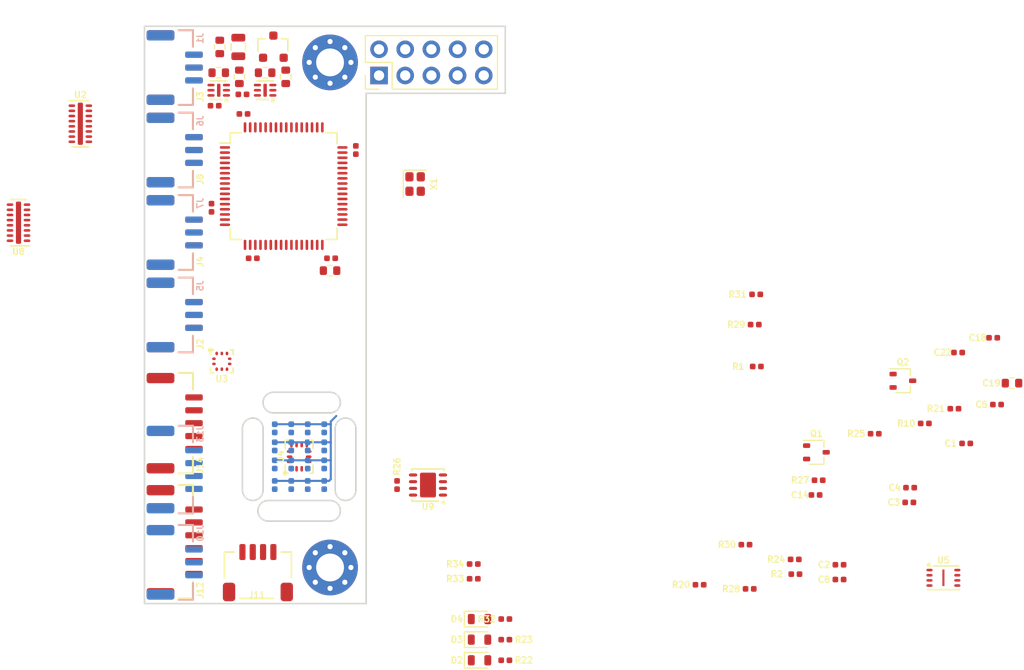
<source format=kicad_pcb>
(kicad_pcb (version 20171130) (host pcbnew 5.0.0-rc1-44a33f2~62~ubuntu16.04.1)
  (layers (0 F.Cu signal) (1 In1.Cu signal) (2 In2.Cu signal) (31 B.Cu signal) (34 B.Paste user) (35 F.Paste user) (36 B.SilkS user) (37 F.SilkS user) (38 B.Mask user) (39 F.Mask user) (44 Edge.Cuts user))
  (net 0 "")
  (net 1 /BUZZER)
  (net 2 +5VP)
  (net 3 "Net-(J14-Pad5)")
  (net 4 /HEAT)
  (net 5 "Net-(Q1-Pad1)")
  (net 6 "Net-(C6-Pad1)")
  (net 7 "Net-(C7-Pad1)")
  (net 8 +5V)
  (net 9 /FLASH_CS)
  (net 10 /FLASH_MISO)
  (net 11 +3V3)
  (net 12 GND)
  (net 13 /FLASH_MOSI)
  (net 14 /FLASH_SCK)
  (net 15 /CAN_TX)
  (net 16 /CAN_RX)
  (net 17 /BOOT0)
  (net 18 /GPS_SDA_S)
  (net 19 /GPS_SCL_S)
  (net 20 /RCOUT_6_P)
  (net 21 /RCOUT_5_P)
  (net 22 /RCOUT_2_P)
  (net 23 "Net-(U1-Pad54)")
  (net 24 "Net-(U1-Pad53)")
  (net 25 /GPS_RX_S)
  (net 26 /GPS_TX_S)
  (net 27 /RCOUT_1_P)
  (net 28 /SWCLK)
  (net 29 /SWDIO)
  (net 30 "Net-(U1-Pad45)")
  (net 31 "Net-(U1-Pad44)")
  (net 32 /COM_TX_S)
  (net 33 /COM_RX_S)
  (net 34 /LED1)
  (net 35 /LED2)
  (net 36 /HEAT_ONOFF)
  (net 37 /RCTELEM_P)
  (net 38 /INT_IMU)
  (net 39 /INT_BAR)
  (net 40 /VCAP)
  (net 41 /RCOUT_4_P)
  (net 42 /RCOUT_3_P)
  (net 43 /VAA_EN)
  (net 44 /RCOUT_8_P)
  (net 45 /RCOUT_7_P)
  (net 46 /CS_BAR)
  (net 47 /SENSOR_MOSI)
  (net 48 /SENSOR_MISO)
  (net 49 /SENSOR_SCK)
  (net 50 /CS_IMU)
  (net 51 /RCSBUS_P)
  (net 52 /ARM_LED_S)
  (net 53 /BUZZER_S)
  (net 54 "Net-(U1-Pad9)")
  (net 55 "Net-(U1-Pad8)")
  (net 56 /NRST)
  (net 57 "Net-(U1-Pad6)")
  (net 58 /OSC)
  (net 59 "Net-(U1-Pad4)")
  (net 60 "Net-(U1-Pad3)")
  (net 61 /ARM_BTN_S)
  (net 62 "Net-(D4-Pad2)")
  (net 63 "Net-(R21-Pad1)")
  (net 64 "Net-(D2-Pad2)")
  (net 65 /ARM_LED)
  (net 66 "Net-(D3-Pad2)")
  (net 67 VAA)
  (net 68 /CANH)
  (net 69 /CANL)
  (net 70 "Net-(J14-Pad1)")
  (net 71 /RCTELEM)
  (net 72 "Net-(C9-Pad2)")
  (net 73 "Net-(C10-Pad2)")
  (net 74 "Net-(U4-Pad2)")
  (net 75 "Net-(U4-Pad3)")
  (net 76 "Net-(U4-Pad11)")
  (net 77 "Net-(U4-Pad10)")
  (net 78 "Net-(U4-Pad9)")
  (net 79 /RCOUT_1)
  (net 80 /RCOUT_2)
  (net 81 /RCOUT_3)
  (net 82 /RCOUT_4)
  (net 83 /RCOUT_5)
  (net 84 /RCOUT_6)
  (net 85 /RCOUT_7)
  (net 86 /RCOUT_8)
  (net 87 /COM_RX)
  (net 88 /COM_TX)
  (net 89 /GPS_SDA)
  (net 90 /GPS_SCL)
  (net 91 /GPS_RX)
  (net 92 /GPS_TX)
  (net 93 /RCSBUS)
  (net 94 "Net-(J9-Pad1)")
  (net 95 "Net-(J9-Pad3)")
  (net 96 "Net-(J9-Pad5)")
  (net 97 "Net-(J9-Pad7)")
  (module MountingHole:MountingHole_2.7mm_Pad_Via (layer F.Cu) (at 101.6 107.42)
    (fp_text reference MK2 hide)
    (fp_text value Mounting_Hole)
    (pad 1 thru_hole circle (at 1.431891 -1.431891) (size 0.8 0.8) (drill 0.5) (layers *.Cu *.Mask))
    (pad 1 thru_hole circle (at 0 -2.025) (size 0.8 0.8) (drill 0.5) (layers *.Cu *.Mask))
    (pad 1 thru_hole circle (at -1.431891 -1.431891) (size 0.8 0.8) (drill 0.5) (layers *.Cu *.Mask))
    (pad 1 thru_hole circle (at -2.025 0) (size 0.8 0.8) (drill 0.5) (layers *.Cu *.Mask))
    (pad 1 thru_hole circle (at -1.431891 1.431891) (size 0.8 0.8) (drill 0.5) (layers *.Cu *.Mask))
    (pad 1 thru_hole circle (at 0 2.025) (size 0.8 0.8) (drill 0.5) (layers *.Cu *.Mask))
    (pad 1 thru_hole circle (at 1.431891 1.431891) (size 0.8 0.8) (drill 0.5) (layers *.Cu *.Mask))
    (pad 1 thru_hole circle (at 2.025 0) (size 0.8 0.8) (drill 0.5) (layers *.Cu *.Mask))
    (pad 1 thru_hole circle (at 0 0) (size 5.4 5.4) (drill 2.7) (layers *.Cu *.Mask))
  )
  (module MountingHole:MountingHole_2.7mm_Pad_Via (layer F.Cu) (at 101.6 58.42)
    (fp_text reference MK1 hide)
    (fp_text value Mounting_Hole)
    (pad 1 thru_hole circle (at 0 0) (size 5.4 5.4) (drill 2.7) (layers *.Cu *.Mask))
    (pad 1 thru_hole circle (at 2.025 0) (size 0.8 0.8) (drill 0.5) (layers *.Cu *.Mask))
    (pad 1 thru_hole circle (at 1.431891 1.431891) (size 0.8 0.8) (drill 0.5) (layers *.Cu *.Mask))
    (pad 1 thru_hole circle (at 0 2.025) (size 0.8 0.8) (drill 0.5) (layers *.Cu *.Mask))
    (pad 1 thru_hole circle (at -1.431891 1.431891) (size 0.8 0.8) (drill 0.5) (layers *.Cu *.Mask))
    (pad 1 thru_hole circle (at -2.025 0) (size 0.8 0.8) (drill 0.5) (layers *.Cu *.Mask))
    (pad 1 thru_hole circle (at -1.431891 -1.431891) (size 0.8 0.8) (drill 0.5) (layers *.Cu *.Mask))
    (pad 1 thru_hole circle (at 0 -2.025) (size 0.8 0.8) (drill 0.5) (layers *.Cu *.Mask))
    (pad 1 thru_hole circle (at 1.431891 -1.431891) (size 0.8 0.8) (drill 0.5) (layers *.Cu *.Mask))
  )
  (module passive:R_0402_1005Metric_Rounded (layer F.Cu) (at 115.536428 108.5145)
    (fp_text reference R33 (at -1.8 0) (layer F.SilkS) (effects (font (size 0.6 0.6) (thickness 0.13))))
    (fp_text value 10k)
    (pad 2 smd roundrect (at 0.4 0) (size 0.55 0.55) (layers F.Cu F.Paste F.Mask) (net 11 +3V3))
    (pad 1 smd roundrect (at -0.4 0) (size 0.55 0.55) (layers F.Cu F.Paste F.Mask) (net 19 /GPS_SCL_S))
  )
  (module passive:R_0402_1005Metric_Rounded (layer F.Cu) (at 115.536428 107.0845)
    (fp_text reference R34 (at -1.8 0) (layer F.SilkS) (effects (font (size 0.6 0.6) (thickness 0.13))))
    (fp_text value 10k)
    (pad 1 smd roundrect (at -0.4 0) (size 0.55 0.55) (layers F.Cu F.Paste F.Mask) (net 18 /GPS_SDA_S))
    (pad 2 smd roundrect (at 0.4 0) (size 0.55 0.55) (layers F.Cu F.Paste F.Mask) (net 11 +3V3))
  )
  (module qfp:LQFP-64_10x10mm_Pitch0.5mm (layer F.Cu) (at 97.1 70.42)
    (fp_text reference U1 hide)
    (fp_text value STM32F722RETx)
    (pad 64 smd oval (at -3.75 -5.7 90) (size 1 0.25) (layers F.Cu F.Paste F.Mask) (net 11 +3V3))
    (pad 63 smd oval (at -3.25 -5.7 90) (size 1 0.25) (layers F.Cu F.Paste F.Mask) (net 12 GND))
    (pad 62 smd oval (at -2.75 -5.7 90) (size 1 0.25) (layers F.Cu F.Paste F.Mask) (net 15 /CAN_TX))
    (pad 61 smd oval (at -2.25 -5.7 90) (size 1 0.25) (layers F.Cu F.Paste F.Mask) (net 16 /CAN_RX))
    (pad 60 smd oval (at -1.75 -5.7 90) (size 1 0.25) (layers F.Cu F.Paste F.Mask) (net 17 /BOOT0))
    (pad 59 smd oval (at -1.25 -5.7 90) (size 1 0.25) (layers F.Cu F.Paste F.Mask) (net 18 /GPS_SDA_S))
    (pad 58 smd oval (at -0.75 -5.7 90) (size 1 0.25) (layers F.Cu F.Paste F.Mask) (net 19 /GPS_SCL_S))
    (pad 57 smd oval (at -0.25 -5.7 90) (size 1 0.25) (layers F.Cu F.Paste F.Mask) (net 20 /RCOUT_6_P))
    (pad 56 smd oval (at 0.25 -5.7 90) (size 1 0.25) (layers F.Cu F.Paste F.Mask) (net 21 /RCOUT_5_P))
    (pad 55 smd oval (at 0.75 -5.7 90) (size 1 0.25) (layers F.Cu F.Paste F.Mask) (net 22 /RCOUT_2_P))
    (pad 54 smd oval (at 1.25 -5.7 90) (size 1 0.25) (layers F.Cu F.Paste F.Mask) (net 23 "Net-(U1-Pad54)"))
    (pad 53 smd oval (at 1.75 -5.7 90) (size 1 0.25) (layers F.Cu F.Paste F.Mask) (net 24 "Net-(U1-Pad53)"))
    (pad 52 smd oval (at 2.25 -5.7 90) (size 1 0.25) (layers F.Cu F.Paste F.Mask) (net 25 /GPS_RX_S))
    (pad 51 smd oval (at 2.75 -5.7 90) (size 1 0.25) (layers F.Cu F.Paste F.Mask) (net 26 /GPS_TX_S))
    (pad 50 smd oval (at 3.25 -5.7 90) (size 1 0.25) (layers F.Cu F.Paste F.Mask) (net 27 /RCOUT_1_P))
    (pad 49 smd oval (at 3.75 -5.7 90) (size 1 0.25) (layers F.Cu F.Paste F.Mask) (net 28 /SWCLK))
    (pad 48 smd oval (at 5.7 -3.75) (size 1 0.25) (layers F.Cu F.Paste F.Mask) (net 11 +3V3))
    (pad 47 smd oval (at 5.7 -3.25) (size 1 0.25) (layers F.Cu F.Paste F.Mask) (net 12 GND))
    (pad 46 smd oval (at 5.7 -2.75) (size 1 0.25) (layers F.Cu F.Paste F.Mask) (net 29 /SWDIO))
    (pad 45 smd oval (at 5.7 -2.25) (size 1 0.25) (layers F.Cu F.Paste F.Mask) (net 30 "Net-(U1-Pad45)"))
    (pad 44 smd oval (at 5.7 -1.75) (size 1 0.25) (layers F.Cu F.Paste F.Mask) (net 31 "Net-(U1-Pad44)"))
    (pad 43 smd oval (at 5.7 -1.25) (size 1 0.25) (layers F.Cu F.Paste F.Mask) (net 32 /COM_TX_S))
    (pad 42 smd oval (at 5.7 -0.75) (size 1 0.25) (layers F.Cu F.Paste F.Mask) (net 33 /COM_RX_S))
    (pad 41 smd oval (at 5.7 -0.25) (size 1 0.25) (layers F.Cu F.Paste F.Mask) (net 34 /LED1))
    (pad 40 smd oval (at 5.7 0.25) (size 1 0.25) (layers F.Cu F.Paste F.Mask) (net 35 /LED2))
    (pad 39 smd oval (at 5.7 0.75) (size 1 0.25) (layers F.Cu F.Paste F.Mask) (net 36 /HEAT_ONOFF))
    (pad 38 smd oval (at 5.7 1.25) (size 1 0.25) (layers F.Cu F.Paste F.Mask) (net 37 /RCTELEM_P))
    (pad 37 smd oval (at 5.7 1.75) (size 1 0.25) (layers F.Cu F.Paste F.Mask))
    (pad 36 smd oval (at 5.7 2.25) (size 1 0.25) (layers F.Cu F.Paste F.Mask) (net 38 /INT_IMU))
    (pad 35 smd oval (at 5.7 2.75) (size 1 0.25) (layers F.Cu F.Paste F.Mask) (net 39 /INT_BAR))
    (pad 34 smd oval (at 5.7 3.25) (size 1 0.25) (layers F.Cu F.Paste F.Mask) (net 14 /FLASH_SCK))
    (pad 33 smd oval (at 5.7 3.75) (size 1 0.25) (layers F.Cu F.Paste F.Mask) (net 9 /FLASH_CS))
    (pad 32 smd oval (at 3.75 5.7 90) (size 1 0.25) (layers F.Cu F.Paste F.Mask) (net 11 +3V3))
    (pad 31 smd oval (at 3.25 5.7 90) (size 1 0.25) (layers F.Cu F.Paste F.Mask) (net 12 GND))
    (pad 30 smd oval (at 2.75 5.7 90) (size 1 0.25) (layers F.Cu F.Paste F.Mask) (net 40 /VCAP))
    (pad 29 smd oval (at 2.25 5.7 90) (size 1 0.25) (layers F.Cu F.Paste F.Mask) (net 41 /RCOUT_4_P))
    (pad 28 smd oval (at 1.75 5.7 90) (size 1 0.25) (layers F.Cu F.Paste F.Mask) (net 42 /RCOUT_3_P))
    (pad 27 smd oval (at 1.25 5.7 90) (size 1 0.25) (layers F.Cu F.Paste F.Mask) (net 43 /VAA_EN))
    (pad 26 smd oval (at 0.75 5.7 90) (size 1 0.25) (layers F.Cu F.Paste F.Mask) (net 44 /RCOUT_8_P))
    (pad 25 smd oval (at 0.25 5.7 90) (size 1 0.25) (layers F.Cu F.Paste F.Mask) (net 45 /RCOUT_7_P))
    (pad 24 smd oval (at -0.25 5.7 90) (size 1 0.25) (layers F.Cu F.Paste F.Mask) (net 46 /CS_BAR))
    (pad 23 smd oval (at -0.75 5.7 90) (size 1 0.25) (layers F.Cu F.Paste F.Mask) (net 47 /SENSOR_MOSI))
    (pad 22 smd oval (at -1.25 5.7 90) (size 1 0.25) (layers F.Cu F.Paste F.Mask) (net 48 /SENSOR_MISO))
    (pad 21 smd oval (at -1.75 5.7 90) (size 1 0.25) (layers F.Cu F.Paste F.Mask) (net 49 /SENSOR_SCK))
    (pad 20 smd oval (at -2.25 5.7 90) (size 1 0.25) (layers F.Cu F.Paste F.Mask) (net 50 /CS_IMU))
    (pad 19 smd oval (at -2.75 5.7 90) (size 1 0.25) (layers F.Cu F.Paste F.Mask) (net 11 +3V3))
    (pad 18 smd oval (at -3.25 5.7 90) (size 1 0.25) (layers F.Cu F.Paste F.Mask) (net 12 GND))
    (pad 17 smd oval (at -3.75 5.7 90) (size 1 0.25) (layers F.Cu F.Paste F.Mask) (net 51 /RCSBUS_P))
    (pad 16 smd oval (at -5.7 3.75) (size 1 0.25) (layers F.Cu F.Paste F.Mask))
    (pad 15 smd oval (at -5.7 3.25) (size 1 0.25) (layers F.Cu F.Paste F.Mask) (net 52 /ARM_LED_S))
    (pad 14 smd oval (at -5.7 2.75) (size 1 0.25) (layers F.Cu F.Paste F.Mask) (net 53 /BUZZER_S))
    (pad 13 smd oval (at -5.7 2.25) (size 1 0.25) (layers F.Cu F.Paste F.Mask) (net 11 +3V3))
    (pad 12 smd oval (at -5.7 1.75) (size 1 0.25) (layers F.Cu F.Paste F.Mask) (net 12 GND))
    (pad 11 smd oval (at -5.7 1.25) (size 1 0.25) (layers F.Cu F.Paste F.Mask) (net 13 /FLASH_MOSI))
    (pad 10 smd oval (at -5.7 0.75) (size 1 0.25) (layers F.Cu F.Paste F.Mask) (net 10 /FLASH_MISO))
    (pad 9 smd oval (at -5.7 0.25) (size 1 0.25) (layers F.Cu F.Paste F.Mask) (net 54 "Net-(U1-Pad9)"))
    (pad 8 smd oval (at -5.7 -0.25) (size 1 0.25) (layers F.Cu F.Paste F.Mask) (net 55 "Net-(U1-Pad8)"))
    (pad 7 smd oval (at -5.7 -0.75) (size 1 0.25) (layers F.Cu F.Paste F.Mask) (net 56 /NRST))
    (pad 6 smd oval (at -5.7 -1.25) (size 1 0.25) (layers F.Cu F.Paste F.Mask) (net 57 "Net-(U1-Pad6)"))
    (pad 5 smd oval (at -5.7 -1.75) (size 1 0.25) (layers F.Cu F.Paste F.Mask) (net 58 /OSC))
    (pad 4 smd oval (at -5.7 -2.25) (size 1 0.25) (layers F.Cu F.Paste F.Mask) (net 59 "Net-(U1-Pad4)"))
    (pad 3 smd oval (at -5.7 -2.75) (size 1 0.25) (layers F.Cu F.Paste F.Mask) (net 60 "Net-(U1-Pad3)"))
    (pad 2 smd oval (at -5.7 -3.25) (size 1 0.25) (layers F.Cu F.Paste F.Mask) (net 61 /ARM_BTN_S))
    (pad 1 smd oval (at -5.7 -3.75) (size 1 0.25) (layers F.Cu F.Paste F.Mask) (net 11 +3V3))
  )
  (module dfn:DFN-8-1EP_3x3mm_P0.65mm_EP1.55x2.4mm (layer F.Cu) (at 111.1 99.42 180)
    (fp_text reference U9 (at 0 -2.1 180) (layer F.SilkS) (effects (font (size 0.6 0.6) (thickness 0.13))))
    (fp_text value TJA1051TK-3)
    (pad 1 smd oval (at -1.45 -0.975 180) (size 0.8 0.3) (layers F.Cu F.Paste F.Mask) (net 15 /CAN_TX))
    (pad 2 smd oval (at -1.45 -0.325 180) (size 0.8 0.3) (layers F.Cu F.Paste F.Mask) (net 12 GND))
    (pad 3 smd oval (at -1.45 0.325 180) (size 0.8 0.3) (layers F.Cu F.Paste F.Mask) (net 2 +5VP))
    (pad 4 smd oval (at -1.45 0.975 180) (size 0.8 0.3) (layers F.Cu F.Paste F.Mask) (net 16 /CAN_RX))
    (pad 5 smd oval (at 1.45 0.975 180) (size 0.8 0.3) (layers F.Cu F.Paste F.Mask) (net 11 +3V3))
    (pad 6 smd oval (at 1.45 0.325 180) (size 0.8 0.3) (layers F.Cu F.Paste F.Mask) (net 69 /CANL))
    (pad 7 smd oval (at 1.45 -0.325 180) (size 0.8 0.3) (layers F.Cu F.Paste F.Mask) (net 68 /CANH))
    (pad 8 smd oval (at 1.45 -0.975 180) (size 0.8 0.3) (layers F.Cu F.Paste F.Mask) (net 12 GND))
    (pad 9 smd roundrect (at 0 0 180) (size 1.55 2.4) (layers F.Cu F.Mask) (roundrect_rratio 0.1) (net 12 GND))
  )
  (module Connector_PinHeader_2.54mm:PinHeader_2x05_P2.54mm_Vertical (layer F.Cu) (at 106.35 59.69 90)
    (fp_text reference J9 hide)
    (fp_text value RPi_UART_10pin)
    (pad 10 thru_hole oval (at 2.54 10.16 90) (size 1.7 1.7) (drill 1) (layers *.Cu *.Mask) (net 87 /COM_RX))
    (pad 9 thru_hole oval (at 0 10.16 90) (size 1.7 1.7) (drill 1) (layers *.Cu *.Mask) (net 12 GND))
    (pad 8 thru_hole oval (at 2.54 7.62 90) (size 1.7 1.7) (drill 1) (layers *.Cu *.Mask) (net 88 /COM_TX))
    (pad 7 thru_hole oval (at 0 7.62 90) (size 1.7 1.7) (drill 1) (layers *.Cu *.Mask) (net 97 "Net-(J9-Pad7)"))
    (pad 6 thru_hole oval (at 2.54 5.08 90) (size 1.7 1.7) (drill 1) (layers *.Cu *.Mask) (net 12 GND))
    (pad 5 thru_hole oval (at 0 5.08 90) (size 1.7 1.7) (drill 1) (layers *.Cu *.Mask) (net 96 "Net-(J9-Pad5)"))
    (pad 4 thru_hole oval (at 2.54 2.54 90) (size 1.7 1.7) (drill 1) (layers *.Cu *.Mask) (net 8 +5V))
    (pad 3 thru_hole oval (at 0 2.54 90) (size 1.7 1.7) (drill 1) (layers *.Cu *.Mask) (net 95 "Net-(J9-Pad3)"))
    (pad 2 thru_hole oval (at 2.54 0 90) (size 1.7 1.7) (drill 1) (layers *.Cu *.Mask) (net 8 +5V))
    (pad 1 thru_hole rect (at 0 0 90) (size 1.7 1.7) (drill 1) (layers *.Cu *.Mask) (net 94 "Net-(J9-Pad1)"))
  )
  (module connectors:SM03B-GHS-TB (layer F.Cu) (at 86.4 82.92 90)
    (fp_text reference J2 (at -2.825 2.6 90) (layer F.SilkS) (effects (font (size 0.6 0.6) (thickness 0.13))))
    (fp_text value KFly_RC_Out)
    (pad 1 smd roundrect (at 1.25 2 180) (size 1.7 0.6) (layers F.Cu F.Paste F.Mask) (net 84 /RCOUT_6))
    (pad 2 smd roundrect (at 0 2 180) (size 1.7 0.6) (layers F.Cu F.Paste F.Mask) (net 71 /RCTELEM))
    (pad 0 smd roundrect (at -3.125 -1.25 180) (size 2.7 1) (layers F.Cu F.Paste F.Mask) (net 12 GND))
    (pad 0 smd roundrect (at 3.125 -1.25 180) (size 2.7 1) (layers F.Cu F.Paste F.Mask) (net 12 GND))
    (pad 3 smd roundrect (at -1.25 2 180) (size 1.7 0.6) (layers F.Cu F.Paste F.Mask) (net 12 GND))
  )
  (module connectors:SM03B-GHS-TB (layer F.Cu) (at 86.4 58.92 90)
    (fp_text reference J3 (at -2.825 2.6 90) (layer F.SilkS) (effects (font (size 0.6 0.6) (thickness 0.13))))
    (fp_text value KFly_RC_Out)
    (pad 3 smd roundrect (at -1.25 2 180) (size 1.7 0.6) (layers F.Cu F.Paste F.Mask) (net 12 GND))
    (pad 0 smd roundrect (at 3.125 -1.25 180) (size 2.7 1) (layers F.Cu F.Paste F.Mask) (net 12 GND))
    (pad 0 smd roundrect (at -3.125 -1.25 180) (size 2.7 1) (layers F.Cu F.Paste F.Mask) (net 12 GND))
    (pad 2 smd roundrect (at 0 2 180) (size 1.7 0.6) (layers F.Cu F.Paste F.Mask) (net 71 /RCTELEM))
    (pad 1 smd roundrect (at 1.25 2 180) (size 1.7 0.6) (layers F.Cu F.Paste F.Mask) (net 85 /RCOUT_7))
  )
  (module connectors:SM03B-GHS-TB (layer B.Cu) (at 86.4 82.92 270)
    (fp_text reference J5 (at -2.825 -2.6 270) (layer B.SilkS) (effects (font (size 0.6 0.6) (thickness 0.13)) (justify mirror)))
    (fp_text value KFly_RC_Out)
    (pad 1 smd roundrect (at 1.25 -2 180) (size 1.7 0.6) (layers B.Cu B.Paste B.Mask) (net 79 /RCOUT_1))
    (pad 2 smd roundrect (at 0 -2 180) (size 1.7 0.6) (layers B.Cu B.Paste B.Mask) (net 71 /RCTELEM))
    (pad 0 smd roundrect (at -3.125 1.25 180) (size 2.7 1) (layers B.Cu B.Paste B.Mask) (net 12 GND))
    (pad 0 smd roundrect (at 3.125 1.25 180) (size 2.7 1) (layers B.Cu B.Paste B.Mask) (net 12 GND))
    (pad 3 smd roundrect (at -1.25 -2 180) (size 1.7 0.6) (layers B.Cu B.Paste B.Mask) (net 12 GND))
  )
  (module connectors:SM03B-GHS-TB (layer B.Cu) (at 86.4 66.92 270)
    (fp_text reference J6 (at -2.825 -2.6 270) (layer B.SilkS) (effects (font (size 0.6 0.6) (thickness 0.13)) (justify mirror)))
    (fp_text value KFly_RC_Out)
    (pad 3 smd roundrect (at -1.25 -2 180) (size 1.7 0.6) (layers B.Cu B.Paste B.Mask) (net 12 GND))
    (pad 0 smd roundrect (at 3.125 1.25 180) (size 2.7 1) (layers B.Cu B.Paste B.Mask) (net 12 GND))
    (pad 0 smd roundrect (at -3.125 1.25 180) (size 2.7 1) (layers B.Cu B.Paste B.Mask) (net 12 GND))
    (pad 2 smd roundrect (at 0 -2 180) (size 1.7 0.6) (layers B.Cu B.Paste B.Mask) (net 71 /RCTELEM))
    (pad 1 smd roundrect (at 1.25 -2 180) (size 1.7 0.6) (layers B.Cu B.Paste B.Mask) (net 80 /RCOUT_2))
  )
  (module connectors:SM03B-GHS-TB (layer B.Cu) (at 86.4 74.92 270)
    (fp_text reference J7 (at -2.825 -2.6 270) (layer B.SilkS) (effects (font (size 0.6 0.6) (thickness 0.13)) (justify mirror)))
    (fp_text value KFly_RC_Out)
    (pad 1 smd roundrect (at 1.25 -2 180) (size 1.7 0.6) (layers B.Cu B.Paste B.Mask) (net 81 /RCOUT_3))
    (pad 2 smd roundrect (at 0 -2 180) (size 1.7 0.6) (layers B.Cu B.Paste B.Mask) (net 71 /RCTELEM))
    (pad 0 smd roundrect (at -3.125 1.25 180) (size 2.7 1) (layers B.Cu B.Paste B.Mask) (net 12 GND))
    (pad 0 smd roundrect (at 3.125 1.25 180) (size 2.7 1) (layers B.Cu B.Paste B.Mask) (net 12 GND))
    (pad 3 smd roundrect (at -1.25 -2 180) (size 1.7 0.6) (layers B.Cu B.Paste B.Mask) (net 12 GND))
  )
  (module connectors:SM03B-GHS-TB (layer F.Cu) (at 86.4 66.92 90)
    (fp_text reference J8 (at -2.825 2.6 90) (layer F.SilkS) (effects (font (size 0.6 0.6) (thickness 0.13))))
    (fp_text value KFly_RC_Out)
    (pad 3 smd roundrect (at -1.25 2 180) (size 1.7 0.6) (layers F.Cu F.Paste F.Mask) (net 12 GND))
    (pad 0 smd roundrect (at 3.125 -1.25 180) (size 2.7 1) (layers F.Cu F.Paste F.Mask) (net 12 GND))
    (pad 0 smd roundrect (at -3.125 -1.25 180) (size 2.7 1) (layers F.Cu F.Paste F.Mask) (net 12 GND))
    (pad 2 smd roundrect (at 0 2 180) (size 1.7 0.6) (layers F.Cu F.Paste F.Mask) (net 71 /RCTELEM))
    (pad 1 smd roundrect (at 1.25 2 180) (size 1.7 0.6) (layers F.Cu F.Paste F.Mask) (net 82 /RCOUT_4))
  )
  (module connectors:SM03B-GHS-TB (layer B.Cu) (at 86.4 58.92 270)
    (fp_text reference J1 (at -2.825 -2.6 270) (layer B.SilkS) (effects (font (size 0.6 0.6) (thickness 0.13)) (justify mirror)))
    (fp_text value KFly_RC_Out)
    (pad 1 smd roundrect (at 1.25 -2 180) (size 1.7 0.6) (layers B.Cu B.Paste B.Mask) (net 83 /RCOUT_5))
    (pad 2 smd roundrect (at 0 -2 180) (size 1.7 0.6) (layers B.Cu B.Paste B.Mask) (net 71 /RCTELEM))
    (pad 0 smd roundrect (at -3.125 1.25 180) (size 2.7 1) (layers B.Cu B.Paste B.Mask) (net 12 GND))
    (pad 0 smd roundrect (at 3.125 1.25 180) (size 2.7 1) (layers B.Cu B.Paste B.Mask) (net 12 GND))
    (pad 3 smd roundrect (at -1.25 -2 180) (size 1.7 0.6) (layers B.Cu B.Paste B.Mask) (net 12 GND))
  )
  (module connectors:SM03B-GHS-TB (layer B.Cu) (at 86.4 106.92 270)
    (fp_text reference J10 (at -2.825 -2.6 270) (layer B.SilkS) (effects (font (size 0.6 0.6) (thickness 0.13)) (justify mirror)))
    (fp_text value KFly_RC_In)
    (pad 3 smd roundrect (at -1.25 -2 180) (size 1.7 0.6) (layers B.Cu B.Paste B.Mask) (net 12 GND))
    (pad 0 smd roundrect (at 3.125 1.25 180) (size 2.7 1) (layers B.Cu B.Paste B.Mask) (net 12 GND))
    (pad 0 smd roundrect (at -3.125 1.25 180) (size 2.7 1) (layers B.Cu B.Paste B.Mask) (net 12 GND))
    (pad 2 smd roundrect (at 0 -2 180) (size 1.7 0.6) (layers B.Cu B.Paste B.Mask) (net 93 /RCSBUS))
    (pad 1 smd roundrect (at 1.25 -2 180) (size 1.7 0.6) (layers B.Cu B.Paste B.Mask) (net 2 +5VP))
  )
  (module connectors:SM03B-GHS-TB (layer F.Cu) (at 86.4 74.92 90)
    (fp_text reference J4 (at -2.825 2.6 90) (layer F.SilkS) (effects (font (size 0.6 0.6) (thickness 0.13))))
    (fp_text value KFly_RC_Out)
    (pad 1 smd roundrect (at 1.25 2 180) (size 1.7 0.6) (layers F.Cu F.Paste F.Mask) (net 86 /RCOUT_8))
    (pad 2 smd roundrect (at 0 2 180) (size 1.7 0.6) (layers F.Cu F.Paste F.Mask) (net 71 /RCTELEM))
    (pad 0 smd roundrect (at -3.125 -1.25 180) (size 2.7 1) (layers F.Cu F.Paste F.Mask) (net 12 GND))
    (pad 0 smd roundrect (at 3.125 -1.25 180) (size 2.7 1) (layers F.Cu F.Paste F.Mask) (net 12 GND))
    (pad 3 smd roundrect (at -1.25 2 180) (size 1.7 0.6) (layers F.Cu F.Paste F.Mask) (net 12 GND))
  )
  (module connectors:SM04B-GHS-TB (layer B.Cu) (at 86.4 97.92 270)
    (fp_text reference J13 (at -3.45 -2.6 270) (layer B.SilkS) (effects (font (size 0.6 0.6) (thickness 0.13)) (justify mirror)))
    (fp_text value Dronecode_CAN)
    (pad 1 smd roundrect (at 1.875 -2 180) (size 1.7 0.6) (layers B.Cu B.Paste B.Mask) (net 2 +5VP))
    (pad 2 smd roundrect (at 0.625 -2 180) (size 1.7 0.6) (layers B.Cu B.Paste B.Mask) (net 68 /CANH))
    (pad 0 smd roundrect (at -3.75 1.25 180) (size 2.7 1) (layers B.Cu B.Paste B.Mask) (net 12 GND))
    (pad 0 smd roundrect (at 3.75 1.25 180) (size 2.7 1) (layers B.Cu B.Paste B.Mask) (net 12 GND))
    (pad 3 smd roundrect (at -0.625 -2 180) (size 1.7 0.6) (layers B.Cu B.Paste B.Mask) (net 69 /CANL))
    (pad 4 smd roundrect (at -1.875 -2 180) (size 1.7 0.6) (layers B.Cu B.Paste B.Mask) (net 12 GND))
  )
  (module connectors:SM05B-GHS-TB (layer F.Cu) (at 86.4 93.42 90)
    (fp_text reference J14 (at -4.075 2.6 90) (layer F.SilkS) (effects (font (size 0.6 0.6) (thickness 0.13))))
    (fp_text value Pixhawk_Switch)
    (pad 1 smd roundrect (at 2.5 2 180) (size 1.7 0.6) (layers F.Cu F.Paste F.Mask) (net 70 "Net-(J14-Pad1)"))
    (pad 2 smd roundrect (at 1.25 2 180) (size 1.7 0.6) (layers F.Cu F.Paste F.Mask) (net 65 /ARM_LED))
    (pad 0 smd roundrect (at -4.375 -1.25 180) (size 2.7 1) (layers F.Cu F.Paste F.Mask) (net 12 GND))
    (pad 0 smd roundrect (at 4.375 -1.25 180) (size 2.7 1) (layers F.Cu F.Paste F.Mask) (net 12 GND))
    (pad 3 smd roundrect (at 0 2 180) (size 1.7 0.6) (layers F.Cu F.Paste F.Mask) (net 2 +5VP))
    (pad 4 smd roundrect (at -1.25 2 180) (size 1.7 0.6) (layers F.Cu F.Paste F.Mask) (net 12 GND))
    (pad 5 smd roundrect (at -2.5 2 180) (size 1.7 0.6) (layers F.Cu F.Paste F.Mask) (net 3 "Net-(J14-Pad5)"))
  )
  (module connectors:SM06B-GHS-TB (layer F.Cu) (at 86.4 104.92 90)
    (fp_text reference J12 (at -4.7 2.6 90) (layer F.SilkS) (effects (font (size 0.6 0.6) (thickness 0.13))))
    (fp_text value Dronecode_GPS)
    (pad 1 smd roundrect (at 3.125 2 180) (size 1.7 0.6) (layers F.Cu F.Paste F.Mask) (net 2 +5VP))
    (pad 2 smd roundrect (at 1.875 2 180) (size 1.7 0.6) (layers F.Cu F.Paste F.Mask) (net 92 /GPS_TX))
    (pad 0 smd roundrect (at -5 -1.25 180) (size 2.7 1) (layers F.Cu F.Paste F.Mask) (net 12 GND))
    (pad 0 smd roundrect (at 5 -1.25 180) (size 2.7 1) (layers F.Cu F.Paste F.Mask) (net 12 GND))
    (pad 3 smd roundrect (at 0.625 2 180) (size 1.7 0.6) (layers F.Cu F.Paste F.Mask) (net 91 /GPS_RX))
    (pad 4 smd roundrect (at -0.625 2 180) (size 1.7 0.6) (layers F.Cu F.Paste F.Mask) (net 90 /GPS_SCL))
    (pad 5 smd roundrect (at -1.875 2 180) (size 1.7 0.6) (layers F.Cu F.Paste F.Mask) (net 89 /GPS_SDA))
    (pad 6 smd roundrect (at -3.125 2 180) (size 1.7 0.6) (layers F.Cu F.Paste F.Mask) (net 12 GND))
  )
  (module connectors:jst-sh-hor-4 (layer F.Cu) (at 94.6 105.92)
    (fp_text reference J11 (at -0.0998 4.162) (layer F.SilkS) (effects (font (size 0.6 0.6) (thickness 0.1))))
    (fp_text value swd-4)
    (pad 4 smd roundrect (at 1.5 0) (size 0.6 1.55) (layers F.Cu F.Paste F.Mask) (net 12 GND))
    (pad 3 smd roundrect (at 0.5 0) (size 0.6 1.55) (layers F.Cu F.Paste F.Mask) (net 56 /NRST))
    (pad 2 smd roundrect (at -0.5 0) (size 0.6 1.55) (layers F.Cu F.Paste F.Mask) (net 29 /SWDIO))
    (pad 1 smd roundrect (at -1.5 0) (size 0.6 1.55) (layers F.Cu F.Paste F.Mask) (net 28 /SWCLK))
    (pad "" smd roundrect (at -2.8 3.875 180) (size 1.2 1.8) (layers F.Cu F.Paste F.Mask))
    (pad "" smd roundrect (at 2.8 3.875 180) (size 1.2 1.8) (layers F.Cu F.Paste F.Mask))
  )
  (module crystals:Crystal_4Pin_2.0x1.6mm (layer F.Cu) (at 109.85 70.22 270)
    (fp_text reference X1 (at 0 -1.8 270) (layer F.SilkS) (effects (font (size 0.6 0.6) (thickness 0.13))))
    (fp_text value SIT8008BI-72-33E-25.000000G)
    (pad 1 smd roundrect (at -0.7 0.55 270) (size 0.9 0.8) (layers F.Cu F.Paste F.Mask) (net 63 "Net-(R21-Pad1)"))
    (pad 2 smd roundrect (at 0.7 0.55 270) (size 0.9 0.8) (layers F.Cu F.Paste F.Mask) (net 12 GND))
    (pad 3 smd roundrect (at 0.7 -0.55 270) (size 0.9 0.8) (layers F.Cu F.Paste F.Mask) (net 58 /OSC))
    (pad 4 smd roundrect (at -0.7 -0.55 270) (size 0.9 0.8) (layers F.Cu F.Paste F.Mask) (net 11 +3V3))
  )
  (module dfn:DFN-16-1EP_1.6x4mm_P0.5mm (layer F.Cu) (at 71.375 73.97 180)
    (fp_text reference U8 (at 0 -2.8 180) (layer F.SilkS) (effects (font (size 0.6 0.6) (thickness 0.13))))
    (fp_text value NUF8401MNT4G)
    (pad 17 smd roundrect (at 0 0 180) (size 0.5 4.1) (layers F.Cu F.Paste F.Mask) (net 12 GND))
    (pad 16 smd roundrect (at 0.825 -1.75 180) (size 0.65 0.25) (layers F.Cu F.Paste F.Mask) (roundrect_rratio 0.5) (net 37 /RCTELEM_P))
    (pad 15 smd roundrect (at 0.825 -1.25 180) (size 0.65 0.25) (layers F.Cu F.Paste F.Mask) (roundrect_rratio 0.5) (net 51 /RCSBUS_P))
    (pad 14 smd roundrect (at 0.825 -0.75 180) (size 0.65 0.25) (layers F.Cu F.Paste F.Mask) (roundrect_rratio 0.5) (net 26 /GPS_TX_S))
    (pad 13 smd roundrect (at 0.825 -0.25 180) (size 0.65 0.25) (layers F.Cu F.Paste F.Mask) (roundrect_rratio 0.5) (net 25 /GPS_RX_S))
    (pad 12 smd roundrect (at 0.825 0.25 180) (size 0.65 0.25) (layers F.Cu F.Paste F.Mask) (roundrect_rratio 0.5) (net 19 /GPS_SCL_S))
    (pad 11 smd roundrect (at 0.825 0.75 180) (size 0.65 0.25) (layers F.Cu F.Paste F.Mask) (roundrect_rratio 0.5) (net 18 /GPS_SDA_S))
    (pad 10 smd roundrect (at 0.825 1.25 180) (size 0.65 0.25) (layers F.Cu F.Paste F.Mask) (roundrect_rratio 0.5) (net 32 /COM_TX_S))
    (pad 9 smd roundrect (at 0.825 1.75 180) (size 0.65 0.25) (layers F.Cu F.Paste F.Mask) (roundrect_rratio 0.5) (net 33 /COM_RX_S))
    (pad 8 smd roundrect (at -0.825 1.75 180) (size 0.65 0.25) (layers F.Cu F.Paste F.Mask) (roundrect_rratio 0.5) (net 87 /COM_RX))
    (pad 7 smd roundrect (at -0.825 1.25 180) (size 0.65 0.25) (layers F.Cu F.Paste F.Mask) (roundrect_rratio 0.5) (net 88 /COM_TX))
    (pad 6 smd roundrect (at -0.825 0.75 180) (size 0.65 0.25) (layers F.Cu F.Paste F.Mask) (roundrect_rratio 0.5) (net 89 /GPS_SDA))
    (pad 5 smd roundrect (at -0.825 0.25 180) (size 0.65 0.25) (layers F.Cu F.Paste F.Mask) (roundrect_rratio 0.5) (net 90 /GPS_SCL))
    (pad 4 smd roundrect (at -0.825 -0.25 180) (size 0.65 0.25) (layers F.Cu F.Paste F.Mask) (roundrect_rratio 0.5) (net 91 /GPS_RX))
    (pad 3 smd roundrect (at -0.825 -0.75 180) (size 0.65 0.25) (layers F.Cu F.Paste F.Mask) (roundrect_rratio 0.5) (net 92 /GPS_TX))
    (pad 2 smd roundrect (at -0.825 -1.25 180) (size 0.65 0.25) (layers F.Cu F.Paste F.Mask) (roundrect_rratio 0.5) (net 93 /RCSBUS))
    (pad 1 smd roundrect (at -0.825 -1.75 180) (size 0.65 0.25) (layers F.Cu F.Paste F.Mask) (roundrect_rratio 0.5) (net 71 /RCTELEM))
  )
  (module dfn:DFN-16-1EP_1.6x4mm_P0.5mm (layer F.Cu) (at 77.375 64.37)
    (fp_text reference U2 (at 0 -2.8) (layer F.SilkS) (effects (font (size 0.6 0.6) (thickness 0.13))))
    (fp_text value NUF8401MNT4G)
    (pad 17 smd roundrect (at 0 0) (size 0.5 4.1) (layers F.Cu F.Paste F.Mask) (net 12 GND))
    (pad 16 smd roundrect (at 0.825 -1.75) (size 0.65 0.25) (layers F.Cu F.Paste F.Mask) (roundrect_rratio 0.5) (net 27 /RCOUT_1_P))
    (pad 15 smd roundrect (at 0.825 -1.25) (size 0.65 0.25) (layers F.Cu F.Paste F.Mask) (roundrect_rratio 0.5) (net 22 /RCOUT_2_P))
    (pad 14 smd roundrect (at 0.825 -0.75) (size 0.65 0.25) (layers F.Cu F.Paste F.Mask) (roundrect_rratio 0.5) (net 42 /RCOUT_3_P))
    (pad 13 smd roundrect (at 0.825 -0.25) (size 0.65 0.25) (layers F.Cu F.Paste F.Mask) (roundrect_rratio 0.5) (net 41 /RCOUT_4_P))
    (pad 12 smd roundrect (at 0.825 0.25) (size 0.65 0.25) (layers F.Cu F.Paste F.Mask) (roundrect_rratio 0.5) (net 21 /RCOUT_5_P))
    (pad 11 smd roundrect (at 0.825 0.75) (size 0.65 0.25) (layers F.Cu F.Paste F.Mask) (roundrect_rratio 0.5) (net 20 /RCOUT_6_P))
    (pad 10 smd roundrect (at 0.825 1.25) (size 0.65 0.25) (layers F.Cu F.Paste F.Mask) (roundrect_rratio 0.5) (net 45 /RCOUT_7_P))
    (pad 9 smd roundrect (at 0.825 1.75) (size 0.65 0.25) (layers F.Cu F.Paste F.Mask) (roundrect_rratio 0.5) (net 44 /RCOUT_8_P))
    (pad 8 smd roundrect (at -0.825 1.75) (size 0.65 0.25) (layers F.Cu F.Paste F.Mask) (roundrect_rratio 0.5) (net 86 /RCOUT_8))
    (pad 7 smd roundrect (at -0.825 1.25) (size 0.65 0.25) (layers F.Cu F.Paste F.Mask) (roundrect_rratio 0.5) (net 85 /RCOUT_7))
    (pad 6 smd roundrect (at -0.825 0.75) (size 0.65 0.25) (layers F.Cu F.Paste F.Mask) (roundrect_rratio 0.5) (net 84 /RCOUT_6))
    (pad 5 smd roundrect (at -0.825 0.25) (size 0.65 0.25) (layers F.Cu F.Paste F.Mask) (roundrect_rratio 0.5) (net 83 /RCOUT_5))
    (pad 4 smd roundrect (at -0.825 -0.25) (size 0.65 0.25) (layers F.Cu F.Paste F.Mask) (roundrect_rratio 0.5) (net 82 /RCOUT_4))
    (pad 3 smd roundrect (at -0.825 -0.75) (size 0.65 0.25) (layers F.Cu F.Paste F.Mask) (roundrect_rratio 0.5) (net 81 /RCOUT_3))
    (pad 2 smd roundrect (at -0.825 -1.25) (size 0.65 0.25) (layers F.Cu F.Paste F.Mask) (roundrect_rratio 0.5) (net 80 /RCOUT_2))
    (pad 1 smd roundrect (at -0.825 -1.75) (size 0.65 0.25) (layers F.Cu F.Paste F.Mask) (roundrect_rratio 0.5) (net 79 /RCOUT_1))
  )
  (module dfn:DFN-6-1EP_1.6x1.6mm_P0.5mm_EP0.5x1.26mm (layer F.Cu) (at 95.3 61.12 180)
    (fp_text reference U7 hide)
    (fp_text value MIC5318-3.3YMT)
    (pad 1 smd oval (at -0.75 -0.5 180) (size 0.7 0.25) (layers F.Cu F.Paste F.Mask) (net 43 /VAA_EN))
    (pad 2 smd oval (at -0.75 0 180) (size 0.7 0.25) (layers F.Cu F.Paste F.Mask) (net 12 GND))
    (pad 3 smd oval (at -0.75 0.5 180) (size 0.7 0.25) (layers F.Cu F.Paste F.Mask) (net 7 "Net-(C7-Pad1)"))
    (pad 4 smd oval (at 0.75 0.5 180) (size 0.7 0.25) (layers F.Cu F.Paste F.Mask) (net 67 VAA))
    (pad 5 smd oval (at 0.75 0 180) (size 0.7 0.25) (layers F.Cu F.Paste F.Mask))
    (pad 6 smd oval (at 0.75 -0.5 180) (size 0.7 0.25) (layers F.Cu F.Paste F.Mask) (net 73 "Net-(C10-Pad2)"))
    (pad 7 smd roundrect (at 0 0 180) (size 0.33 1.26) (layers F.Cu F.Paste F.Mask) (net 12 GND))
  )
  (module dfn:DFN-6-1EP_1.6x1.6mm_P0.5mm_EP0.5x1.26mm (layer F.Cu) (at 90.8 61.12 180)
    (fp_text reference U6 hide)
    (fp_text value MIC5318-3.3YMT)
    (pad 7 smd roundrect (at 0 0 180) (size 0.33 1.26) (layers F.Cu F.Paste F.Mask) (net 12 GND))
    (pad 6 smd oval (at 0.75 -0.5 180) (size 0.7 0.25) (layers F.Cu F.Paste F.Mask) (net 72 "Net-(C9-Pad2)"))
    (pad 5 smd oval (at 0.75 0 180) (size 0.7 0.25) (layers F.Cu F.Paste F.Mask))
    (pad 4 smd oval (at 0.75 0.5 180) (size 0.7 0.25) (layers F.Cu F.Paste F.Mask) (net 11 +3V3))
    (pad 3 smd oval (at -0.75 0.5 180) (size 0.7 0.25) (layers F.Cu F.Paste F.Mask) (net 6 "Net-(C6-Pad1)"))
    (pad 2 smd oval (at -0.75 0 180) (size 0.7 0.25) (layers F.Cu F.Paste F.Mask) (net 12 GND))
    (pad 1 smd oval (at -0.75 -0.5 180) (size 0.7 0.25) (layers F.Cu F.Paste F.Mask) (net 6 "Net-(C6-Pad1)"))
  )
  (module lga:HLGA-10L-2.0x2.0-BMP388 (layer F.Cu) (at 91.1 87.42)
    (fp_text reference U3 (at 0 1.7) (layer F.SilkS) (effects (font (size 0.6 0.6) (thickness 0.13))))
    (fp_text value BMP388)
    (pad 1 smd oval (at -0.7625 -0.25 180) (size 0.35 0.25) (layers F.Cu F.Paste F.Mask) (net 67 VAA))
    (pad 2 smd oval (at -0.7625 0.25 180) (size 0.35 0.25) (layers F.Cu F.Paste F.Mask) (net 49 /SENSOR_SCK))
    (pad 9 smd oval (at 0 -0.7625 90) (size 0.35 0.25) (layers F.Cu F.Paste F.Mask) (net 12 GND))
    (pad 10 smd oval (at -0.5 -0.7625 90) (size 0.35 0.25) (layers F.Cu F.Paste F.Mask) (net 67 VAA))
    (pad 8 smd oval (at 0.5 -0.7625 90) (size 0.35 0.25) (layers F.Cu F.Paste F.Mask) (net 12 GND))
    (pad 7 smd oval (at 0.7625 -0.25 180) (size 0.35 0.25) (layers F.Cu F.Paste F.Mask) (net 39 /INT_BAR))
    (pad 6 smd oval (at 0.7625 0.25 180) (size 0.35 0.25) (layers F.Cu F.Paste F.Mask) (net 46 /CS_BAR))
    (pad 3 smd oval (at -0.5 0.7625 90) (size 0.35 0.25) (layers F.Cu F.Paste F.Mask) (net 12 GND))
    (pad 4 smd oval (at 0 0.7625 90) (size 0.35 0.25) (layers F.Cu F.Paste F.Mask) (net 47 /SENSOR_MOSI))
    (pad 5 smd oval (at 0.5 0.7625 90) (size 0.35 0.25) (layers F.Cu F.Paste F.Mask) (net 48 /SENSOR_MISO))
  )
  (module lga:LGA-14-2.5x3 (layer F.Cu) (at 98.6 96.67 90)
    (fp_text reference U4 (at 0 -1.8 90) (layer F.SilkS) (effects (font (size 0.6 0.6) (thickness 0.13))))
    (fp_text value BMI160)
    (pad 1 smd oval (at -1.175 -0.75 90) (size 0.55 0.25) (layers F.Cu F.Paste F.Mask) (net 48 /SENSOR_MISO))
    (pad 2 smd oval (at -1.175 -0.25 90) (size 0.55 0.25) (layers F.Cu F.Paste F.Mask) (net 74 "Net-(U4-Pad2)"))
    (pad 3 smd oval (at -1.175 0.25 90) (size 0.55 0.25) (layers F.Cu F.Paste F.Mask) (net 75 "Net-(U4-Pad3)"))
    (pad 4 smd oval (at -1.175 0.75 90) (size 0.55 0.25) (layers F.Cu F.Paste F.Mask) (net 38 /INT_IMU))
    (pad 11 smd oval (at 1.175 -0.75 90) (size 0.55 0.25) (layers F.Cu F.Paste F.Mask) (net 76 "Net-(U4-Pad11)"))
    (pad 10 smd oval (at 1.175 -0.25 90) (size 0.55 0.25) (layers F.Cu F.Paste F.Mask) (net 77 "Net-(U4-Pad10)"))
    (pad 9 smd oval (at 1.175 0.25 90) (size 0.55 0.25) (layers F.Cu F.Paste F.Mask) (net 78 "Net-(U4-Pad9)"))
    (pad 8 smd oval (at 1.175 0.75 90) (size 0.55 0.25) (layers F.Cu F.Paste F.Mask) (net 67 VAA))
    (pad 14 smd oval (at -0.5 -0.925 180) (size 0.55 0.25) (layers F.Cu F.Paste F.Mask) (net 47 /SENSOR_MOSI))
    (pad 13 smd oval (at 0 -0.925 180) (size 0.55 0.25) (layers F.Cu F.Paste F.Mask) (net 49 /SENSOR_SCK))
    (pad 12 smd oval (at 0.5 -0.925 180) (size 0.55 0.25) (layers F.Cu F.Paste F.Mask) (net 50 /CS_IMU))
    (pad 5 smd oval (at -0.5 0.925 180) (size 0.55 0.25) (layers F.Cu F.Paste F.Mask) (net 67 VAA))
    (pad 6 smd oval (at 0 0.925 180) (size 0.55 0.25) (layers F.Cu F.Paste F.Mask) (net 12 GND))
    (pad 7 smd oval (at 0.5 0.925 180) (size 0.55 0.25) (layers F.Cu F.Paste F.Mask) (net 12 GND))
  )
  (module passive:C_0402_1005Metric_Rounded (layer F.Cu) (at 151.020714 108.5845)
    (fp_text reference C8 (at -1.5 0) (layer F.SilkS) (effects (font (size 0.6 0.6) (thickness 0.13))))
    (fp_text value 0.1uF)
    (pad 2 smd roundrect (at 0.4 0) (size 0.55 0.55) (layers F.Cu F.Paste F.Mask) (net 12 GND))
    (pad 1 smd roundrect (at -0.4 0) (size 0.55 0.55) (layers F.Cu F.Paste F.Mask) (net 11 +3V3))
  )
  (module passive:C_0402_1005Metric_Rounded (layer F.Cu) (at 90.1 72.52 90)
    (fp_text reference C16 hide)
    (fp_text value 0.1uF)
    (pad 1 smd roundrect (at -0.4 0 90) (size 0.55 0.55) (layers F.Cu F.Paste F.Mask) (net 11 +3V3))
    (pad 2 smd roundrect (at 0.4 0 90) (size 0.55 0.55) (layers F.Cu F.Paste F.Mask) (net 12 GND))
  )
  (module passive:C_0402_1005Metric_Rounded (layer F.Cu) (at 104.1 66.92 270)
    (fp_text reference C17 hide)
    (fp_text value 0.1uF)
    (pad 2 smd roundrect (at 0.4 0 270) (size 0.55 0.55) (layers F.Cu F.Paste F.Mask) (net 12 GND))
    (pad 1 smd roundrect (at -0.4 0 270) (size 0.55 0.55) (layers F.Cu F.Paste F.Mask) (net 11 +3V3))
  )
  (module passive:C_0402_1005Metric_Rounded (layer F.Cu) (at 165.926428 85.1345)
    (fp_text reference C18 (at -1.5 0) (layer F.SilkS) (effects (font (size 0.6 0.6) (thickness 0.13))))
    (fp_text value 0.1uF)
    (pad 1 smd roundrect (at -0.4 0) (size 0.55 0.55) (layers F.Cu F.Paste F.Mask) (net 12 GND))
    (pad 2 smd roundrect (at 0.4 0) (size 0.55 0.55) (layers F.Cu F.Paste F.Mask) (net 61 /ARM_BTN_S))
  )
  (module passive:C_0402_1005Metric_Rounded (layer F.Cu) (at 101.7 77.42 180)
    (fp_text reference C20 hide)
    (fp_text value 0.1uF)
    (pad 2 smd roundrect (at 0.4 0 180) (size 0.55 0.55) (layers F.Cu F.Paste F.Mask) (net 12 GND))
    (pad 1 smd roundrect (at -0.4 0 180) (size 0.55 0.55) (layers F.Cu F.Paste F.Mask) (net 11 +3V3))
  )
  (module passive:C_0402_1005Metric_Rounded (layer F.Cu) (at 162.526428 86.5645)
    (fp_text reference C22 (at -1.5 0) (layer F.SilkS) (effects (font (size 0.6 0.6) (thickness 0.13))))
    (fp_text value 0.1uF)
    (pad 1 smd roundrect (at -0.4 0) (size 0.55 0.55) (layers F.Cu F.Paste F.Mask) (net 12 GND))
    (pad 2 smd roundrect (at 0.4 0) (size 0.55 0.55) (layers F.Cu F.Paste F.Mask) (net 11 +3V3))
  )
  (module passive:C_0402_1005Metric_Rounded (layer F.Cu) (at 93.2 63.42)
    (fp_text reference C23 hide)
    (fp_text value 0.1uF)
    (pad 2 smd roundrect (at 0.4 0) (size 0.55 0.55) (layers F.Cu F.Paste F.Mask) (net 12 GND))
    (pad 1 smd roundrect (at -0.4 0) (size 0.55 0.55) (layers F.Cu F.Paste F.Mask) (net 11 +3V3))
  )
  (module passive:C_0402_1005Metric_Rounded (layer F.Cu) (at 94.1 77.42 180)
    (fp_text reference C15 hide)
    (fp_text value 0.1uF)
    (pad 1 smd roundrect (at -0.4 0 180) (size 0.55 0.55) (layers F.Cu F.Paste F.Mask) (net 11 +3V3))
    (pad 2 smd roundrect (at 0.4 0 180) (size 0.55 0.55) (layers F.Cu F.Paste F.Mask) (net 12 GND))
  )
  (module passive:C_0402_1005Metric_Rounded (layer F.Cu) (at 148.696428 100.3845)
    (fp_text reference C14 (at -1.5 0) (layer F.SilkS) (effects (font (size 0.6 0.6) (thickness 0.13))))
    (fp_text value 0.1uF)
    (pad 2 smd roundrect (at 0.4 0) (size 0.55 0.55) (layers F.Cu F.Paste F.Mask) (net 12 GND))
    (pad 1 smd roundrect (at -0.4 0) (size 0.55 0.55) (layers F.Cu F.Paste F.Mask) (net 56 /NRST))
  )
  (module passive:C_0402_1005Metric_Rounded (layer F.Cu) (at 93.1 61.52)
    (fp_text reference C10 hide)
    (fp_text value 0.1uF)
    (pad 1 smd roundrect (at -0.4 0) (size 0.55 0.55) (layers F.Cu F.Paste F.Mask) (net 12 GND))
    (pad 2 smd roundrect (at 0.4 0) (size 0.55 0.55) (layers F.Cu F.Paste F.Mask) (net 73 "Net-(C10-Pad2)"))
  )
  (module passive:C_0402_1005Metric_Rounded (layer F.Cu) (at 90.4 62.62 180)
    (fp_text reference C9 hide)
    (fp_text value 0.1uF)
    (pad 2 smd roundrect (at 0.4 0 180) (size 0.55 0.55) (layers F.Cu F.Paste F.Mask) (net 72 "Net-(C9-Pad2)"))
    (pad 1 smd roundrect (at -0.4 0 180) (size 0.55 0.55) (layers F.Cu F.Paste F.Mask) (net 12 GND))
  )
  (module passive:C_0402_1005Metric_Rounded (layer F.Cu) (at 166.300714 91.6145)
    (fp_text reference C5 (at -1.5 0) (layer F.SilkS) (effects (font (size 0.6 0.6) (thickness 0.13))))
    (fp_text value 0.1uF)
    (pad 1 smd roundrect (at -0.4 0) (size 0.55 0.55) (layers F.Cu F.Paste F.Mask) (net 11 +3V3))
    (pad 2 smd roundrect (at 0.4 0) (size 0.55 0.55) (layers F.Cu F.Paste F.Mask) (net 12 GND))
  )
  (module passive:C_0402_1005Metric_Rounded (layer F.Cu) (at 157.870714 99.6745)
    (fp_text reference C4 (at -1.5 0) (layer F.SilkS) (effects (font (size 0.6 0.6) (thickness 0.13))))
    (fp_text value 0.1uF)
    (pad 2 smd roundrect (at 0.4 0) (size 0.55 0.55) (layers F.Cu F.Paste F.Mask) (net 12 GND))
    (pad 1 smd roundrect (at -0.4 0) (size 0.55 0.55) (layers F.Cu F.Paste F.Mask) (net 67 VAA))
  )
  (module passive:C_0402_1005Metric_Rounded (layer F.Cu) (at 157.790714 101.1045)
    (fp_text reference C3 (at -1.5 0) (layer F.SilkS) (effects (font (size 0.6 0.6) (thickness 0.13))))
    (fp_text value 0.1uF)
    (pad 1 smd roundrect (at -0.4 0) (size 0.55 0.55) (layers F.Cu F.Paste F.Mask) (net 67 VAA))
    (pad 2 smd roundrect (at 0.4 0) (size 0.55 0.55) (layers F.Cu F.Paste F.Mask) (net 12 GND))
  )
  (module passive:C_0402_1005Metric_Rounded (layer F.Cu) (at 163.310714 95.3845)
    (fp_text reference C1 (at -1.5 0) (layer F.SilkS) (effects (font (size 0.6 0.6) (thickness 0.13))))
    (fp_text value 0.1uF)
    (pad 2 smd roundrect (at 0.4 0) (size 0.55 0.55) (layers F.Cu F.Paste F.Mask) (net 12 GND))
    (pad 1 smd roundrect (at -0.4 0) (size 0.55 0.55) (layers F.Cu F.Paste F.Mask) (net 67 VAA))
  )
  (module passive:C_0402_1005Metric_Rounded (layer F.Cu) (at 151.020714 107.1545)
    (fp_text reference C2 (at -1.5 0) (layer F.SilkS) (effects (font (size 0.6 0.6) (thickness 0.13))))
    (fp_text value 0.1uF)
    (pad 1 smd roundrect (at -0.4 0) (size 0.55 0.55) (layers F.Cu F.Paste F.Mask) (net 67 VAA))
    (pad 2 smd roundrect (at 0.4 0) (size 0.55 0.55) (layers F.Cu F.Paste F.Mask) (net 12 GND))
  )
  (module passive:C_0603_1608Metric_Rounded (layer F.Cu) (at 90.8 59.42)
    (fp_text reference C12 hide)
    (fp_text value 4.7uF)
    (pad 2 smd roundrect (at 0.65 0) (size 0.7 0.85) (layers F.Cu F.Paste F.Mask) (net 12 GND))
    (pad 1 smd roundrect (at -0.65 0) (size 0.7 0.85) (layers F.Cu F.Paste F.Mask) (net 11 +3V3))
  )
  (module passive:C_0603_1608Metric_Rounded (layer F.Cu) (at 95.3 59.42)
    (fp_text reference C13 hide)
    (fp_text value 4.7uF)
    (pad 1 smd roundrect (at -0.65 0) (size 0.7 0.85) (layers F.Cu F.Paste F.Mask) (net 67 VAA))
    (pad 2 smd roundrect (at 0.65 0) (size 0.7 0.85) (layers F.Cu F.Paste F.Mask) (net 12 GND))
  )
  (module passive:C_0603_1608Metric_Rounded (layer F.Cu) (at 90.9 56.92 90)
    (fp_text reference C11 hide)
    (fp_text value 4.7uF)
    (pad 2 smd roundrect (at 0.65 0 90) (size 0.7 0.85) (layers F.Cu F.Paste F.Mask) (net 12 GND))
    (pad 1 smd roundrect (at -0.65 0 90) (size 0.7 0.85) (layers F.Cu F.Paste F.Mask) (net 2 +5VP))
  )
  (module passive:C_0603_1608Metric_Rounded (layer F.Cu) (at 167.756428 89.535001)
    (fp_text reference C19 (at -2 0) (layer F.SilkS) (effects (font (size 0.6 0.6) (thickness 0.13))))
    (fp_text value 4.7uF)
    (pad 1 smd roundrect (at -0.65 0) (size 0.7 0.85) (layers F.Cu F.Paste F.Mask) (net 2 +5VP))
    (pad 2 smd roundrect (at 0.65 0) (size 0.7 0.85) (layers F.Cu F.Paste F.Mask) (net 12 GND))
  )
  (module passive:C_0603_1608Metric_Rounded (layer F.Cu) (at 101.6 78.62)
    (fp_text reference C21 hide)
    (fp_text value 4.7uF)
    (pad 2 smd roundrect (at 0.65 0) (size 0.7 0.85) (layers F.Cu F.Paste F.Mask) (net 12 GND))
    (pad 1 smd roundrect (at -0.65 0) (size 0.7 0.85) (layers F.Cu F.Paste F.Mask) (net 40 /VCAP))
  )
  (module passive:C_0603_1608Metric_Rounded (layer F.Cu) (at 97.3 59.82 90)
    (fp_text reference C7 hide)
    (fp_text value 4.7uF)
    (pad 1 smd roundrect (at -0.65 0 90) (size 0.7 0.85) (layers F.Cu F.Paste F.Mask) (net 7 "Net-(C7-Pad1)"))
    (pad 2 smd roundrect (at 0.65 0 90) (size 0.7 0.85) (layers F.Cu F.Paste F.Mask) (net 12 GND))
  )
  (module passive:C_0603_1608Metric_Rounded (layer F.Cu) (at 92.8 59.82 90)
    (fp_text reference C6 hide)
    (fp_text value 4.7uF)
    (pad 2 smd roundrect (at 0.65 0 90) (size 0.7 0.85) (layers F.Cu F.Paste F.Mask) (net 12 GND))
    (pad 1 smd roundrect (at -0.65 0 90) (size 0.7 0.85) (layers F.Cu F.Paste F.Mask) (net 6 "Net-(C6-Pad1)"))
  )
  (module passive:D_0603_1608Metric_Rounded (layer F.Cu) (at 116.1 114.42)
    (fp_text reference D3 (at -2.2 0) (layer F.SilkS) (effects (font (size 0.6 0.6) (thickness 0.13))))
    (fp_text value LED)
    (pad 1 smd roundrect (at -0.8 0) (size 0.67 1) (layers F.Cu F.Paste F.Mask) (net 12 GND))
    (pad 2 smd roundrect (at 0.8 0) (size 0.67 1) (layers F.Cu F.Paste F.Mask) (net 66 "Net-(D3-Pad2)"))
  )
  (module passive:D_0603_1608Metric_Rounded (layer F.Cu) (at 116.1 116.42)
    (fp_text reference D2 (at -2.2 0) (layer F.SilkS) (effects (font (size 0.6 0.6) (thickness 0.13))))
    (fp_text value LED)
    (pad 2 smd roundrect (at 0.8 0) (size 0.67 1) (layers F.Cu F.Paste F.Mask) (net 64 "Net-(D2-Pad2)"))
    (pad 1 smd roundrect (at -0.8 0) (size 0.67 1) (layers F.Cu F.Paste F.Mask) (net 12 GND))
  )
  (module passive:D_0603_1608Metric_Rounded (layer F.Cu) (at 116.1 112.42)
    (fp_text reference D4 (at -2.2 0) (layer F.SilkS) (effects (font (size 0.6 0.6) (thickness 0.13))))
    (fp_text value LED)
    (pad 1 smd roundrect (at -0.8 0) (size 0.67 1) (layers F.Cu F.Paste F.Mask) (net 12 GND))
    (pad 2 smd roundrect (at 0.8 0) (size 0.67 1) (layers F.Cu F.Paste F.Mask) (net 62 "Net-(D4-Pad2)"))
  )
  (module passive:R_0402_1005Metric_Rounded (layer B.Cu) (at 101.032028 95.67 90)
    (fp_text reference R7 hide)
    (fp_text value 330)
    (pad 2 smd roundrect (at 0.4 0 90) (size 0.55 0.55) (layers B.Cu B.Paste B.Mask) (net 4 /HEAT))
    (pad 1 smd roundrect (at -0.4 0 90) (size 0.55 0.55) (layers B.Cu B.Paste B.Mask) (net 12 GND))
  )
  (module passive:R_0402_1005Metric_Rounded (layer B.Cu) (at 99.432028 93.92 90)
    (fp_text reference R9 hide)
    (fp_text value 330)
    (pad 1 smd roundrect (at -0.4 0 90) (size 0.55 0.55) (layers B.Cu B.Paste B.Mask) (net 12 GND))
    (pad 2 smd roundrect (at 0.4 0 90) (size 0.55 0.55) (layers B.Cu B.Paste B.Mask) (net 4 /HEAT))
  )
  (module passive:R_0402_1005Metric_Rounded (layer F.Cu) (at 159.296428 93.4445)
    (fp_text reference R10 (at -1.8 0) (layer F.SilkS) (effects (font (size 0.6 0.6) (thickness 0.13))))
    (fp_text value 1k)
    (pad 2 smd roundrect (at 0.4 0) (size 0.55 0.55) (layers F.Cu F.Paste F.Mask) (net 11 +3V3))
    (pad 1 smd roundrect (at -0.4 0) (size 0.55 0.55) (layers F.Cu F.Paste F.Mask) (net 71 /RCTELEM))
  )
  (module passive:R_0402_1005Metric_Rounded (layer B.Cu) (at 96.232028 97.42 90)
    (fp_text reference R11 hide)
    (fp_text value 330)
    (pad 1 smd roundrect (at -0.4 0 90) (size 0.55 0.55) (layers B.Cu B.Paste B.Mask) (net 12 GND))
    (pad 2 smd roundrect (at 0.4 0 90) (size 0.55 0.55) (layers B.Cu B.Paste B.Mask) (net 4 /HEAT))
  )
  (module passive:R_0402_1005Metric_Rounded (layer F.Cu) (at 143 87.92)
    (fp_text reference R1 (at -1.8 0) (layer F.SilkS) (effects (font (size 0.6 0.6) (thickness 0.13))))
    (fp_text value 330)
    (pad 2 smd roundrect (at 0.4 0) (size 0.55 0.55) (layers F.Cu F.Paste F.Mask) (net 5 "Net-(Q1-Pad1)"))
    (pad 1 smd roundrect (at -0.4 0) (size 0.55 0.55) (layers F.Cu F.Paste F.Mask) (net 36 /HEAT_ONOFF))
  )
  (module passive:R_0402_1005Metric_Rounded (layer B.Cu) (at 96.232028 99.42 90)
    (fp_text reference R13 hide)
    (fp_text value 330)
    (pad 1 smd roundrect (at -0.4 0 90) (size 0.55 0.55) (layers B.Cu B.Paste B.Mask) (net 12 GND))
    (pad 2 smd roundrect (at 0.4 0 90) (size 0.55 0.55) (layers B.Cu B.Paste B.Mask) (net 4 /HEAT))
  )
  (module passive:R_0402_1005Metric_Rounded (layer B.Cu) (at 97.832028 97.42 90)
    (fp_text reference R14 hide)
    (fp_text value 330)
    (pad 1 smd roundrect (at -0.4 0 90) (size 0.55 0.55) (layers B.Cu B.Paste B.Mask) (net 12 GND))
    (pad 2 smd roundrect (at 0.4 0 90) (size 0.55 0.55) (layers B.Cu B.Paste B.Mask) (net 4 /HEAT))
  )
  (module passive:R_0402_1005Metric_Rounded (layer B.Cu) (at 96.232028 95.67 90)
    (fp_text reference R15 hide)
    (fp_text value 330)
    (pad 1 smd roundrect (at -0.4 0 90) (size 0.55 0.55) (layers B.Cu B.Paste B.Mask) (net 12 GND))
    (pad 2 smd roundrect (at 0.4 0 90) (size 0.55 0.55) (layers B.Cu B.Paste B.Mask) (net 4 /HEAT))
  )
  (module passive:R_0402_1005Metric_Rounded (layer B.Cu) (at 97.832028 95.67 90)
    (fp_text reference R16 hide)
    (fp_text value 330)
    (pad 1 smd roundrect (at -0.4 0 90) (size 0.55 0.55) (layers B.Cu B.Paste B.Mask) (net 12 GND))
    (pad 2 smd roundrect (at 0.4 0 90) (size 0.55 0.55) (layers B.Cu B.Paste B.Mask) (net 4 /HEAT))
  )
  (module passive:R_0402_1005Metric_Rounded (layer B.Cu) (at 99.432028 97.42 90)
    (fp_text reference R17 hide)
    (fp_text value 330)
    (pad 1 smd roundrect (at -0.4 0 90) (size 0.55 0.55) (layers B.Cu B.Paste B.Mask) (net 12 GND))
    (pad 2 smd roundrect (at 0.4 0 90) (size 0.55 0.55) (layers B.Cu B.Paste B.Mask) (net 4 /HEAT))
  )
  (module passive:R_0402_1005Metric_Rounded (layer B.Cu) (at 96.232028 93.92 90)
    (fp_text reference R18 hide)
    (fp_text value 330)
    (pad 2 smd roundrect (at 0.4 0 90) (size 0.55 0.55) (layers B.Cu B.Paste B.Mask) (net 4 /HEAT))
    (pad 1 smd roundrect (at -0.4 0 90) (size 0.55 0.55) (layers B.Cu B.Paste B.Mask) (net 12 GND))
  )
  (module passive:R_0402_1005Metric_Rounded (layer B.Cu) (at 99.432028 99.42 90)
    (fp_text reference R19 hide)
    (fp_text value 330)
    (pad 1 smd roundrect (at -0.4 0 90) (size 0.55 0.55) (layers B.Cu B.Paste B.Mask) (net 12 GND))
    (pad 2 smd roundrect (at 0.4 0 90) (size 0.55 0.55) (layers B.Cu B.Paste B.Mask) (net 4 /HEAT))
  )
  (module passive:R_0402_1005Metric_Rounded (layer F.Cu) (at 146.740714 108.0645)
    (fp_text reference R2 (at -1.8 0) (layer F.SilkS) (effects (font (size 0.6 0.6) (thickness 0.13))))
    (fp_text value 10k)
    (pad 2 smd roundrect (at 0.4 0) (size 0.55 0.55) (layers F.Cu F.Paste F.Mask) (net 5 "Net-(Q1-Pad1)"))
    (pad 1 smd roundrect (at -0.4 0) (size 0.55 0.55) (layers F.Cu F.Paste F.Mask) (net 2 +5VP))
  )
  (module passive:R_0402_1005Metric_Rounded (layer B.Cu) (at 99.432028 95.67 90)
    (fp_text reference R3 hide)
    (fp_text value 330)
    (pad 1 smd roundrect (at -0.4 0 90) (size 0.55 0.55) (layers B.Cu B.Paste B.Mask) (net 12 GND))
    (pad 2 smd roundrect (at 0.4 0 90) (size 0.55 0.55) (layers B.Cu B.Paste B.Mask) (net 4 /HEAT))
  )
  (module passive:R_0402_1005Metric_Rounded (layer B.Cu) (at 97.832028 99.42 90)
    (fp_text reference R12 hide)
    (fp_text value 330)
    (pad 1 smd roundrect (at -0.4 0 90) (size 0.55 0.55) (layers B.Cu B.Paste B.Mask) (net 12 GND))
    (pad 2 smd roundrect (at 0.4 0 90) (size 0.55 0.55) (layers B.Cu B.Paste B.Mask) (net 4 /HEAT))
  )
  (module passive:R_0402_1005Metric_Rounded (layer B.Cu) (at 101.032028 99.42 90)
    (fp_text reference R8 hide)
    (fp_text value 330)
    (pad 1 smd roundrect (at -0.4 0 90) (size 0.55 0.55) (layers B.Cu B.Paste B.Mask) (net 12 GND))
    (pad 2 smd roundrect (at 0.4 0 90) (size 0.55 0.55) (layers B.Cu B.Paste B.Mask) (net 4 /HEAT))
  )
  (module passive:R_0402_1005Metric_Rounded (layer F.Cu) (at 142.306428 109.4945)
    (fp_text reference R28 (at -1.8 0) (layer F.SilkS) (effects (font (size 0.6 0.6) (thickness 0.13))))
    (fp_text value 1k)
    (pad 2 smd roundrect (at 0.4 0) (size 0.55 0.55) (layers F.Cu F.Paste F.Mask) (net 70 "Net-(J14-Pad1)"))
    (pad 1 smd roundrect (at -0.4 0) (size 0.55 0.55) (layers F.Cu F.Paste F.Mask) (net 61 /ARM_BTN_S))
  )
  (module passive:R_0402_1005Metric_Rounded (layer F.Cu) (at 148.996428 98.9545)
    (fp_text reference R27 (at -1.8 0) (layer F.SilkS) (effects (font (size 0.6 0.6) (thickness 0.13))))
    (fp_text value 10k)
    (pad 1 smd roundrect (at -0.4 0) (size 0.55 0.55) (layers F.Cu F.Paste F.Mask) (net 70 "Net-(J14-Pad1)"))
    (pad 2 smd roundrect (at 0.4 0) (size 0.55 0.55) (layers F.Cu F.Paste F.Mask) (net 12 GND))
  )
  (module passive:R_0402_1005Metric_Rounded (layer F.Cu) (at 108.1 99.42 270)
    (fp_text reference R26 (at -1.8 0 270) (layer F.SilkS) (effects (font (size 0.6 0.6) (thickness 0.13))))
    (fp_text value 120)
    (pad 2 smd roundrect (at 0.4 0 270) (size 0.55 0.55) (layers F.Cu F.Paste F.Mask) (net 68 /CANH))
    (pad 1 smd roundrect (at -0.4 0 270) (size 0.55 0.55) (layers F.Cu F.Paste F.Mask) (net 69 /CANL))
  )
  (module passive:R_0402_1005Metric_Rounded (layer F.Cu) (at 154.436428 94.4445)
    (fp_text reference R25 (at -1.8 0) (layer F.SilkS) (effects (font (size 0.6 0.6) (thickness 0.13))))
    (fp_text value 10k)
    (pad 1 smd roundrect (at -0.4 0) (size 0.55 0.55) (layers F.Cu F.Paste F.Mask) (net 17 /BOOT0))
    (pad 2 smd roundrect (at 0.4 0) (size 0.55 0.55) (layers F.Cu F.Paste F.Mask) (net 12 GND))
  )
  (module passive:R_0402_1005Metric_Rounded (layer F.Cu) (at 146.676428 106.6345)
    (fp_text reference R24 (at -1.8 0) (layer F.SilkS) (effects (font (size 0.6 0.6) (thickness 0.13))))
    (fp_text value 1k)
    (pad 2 smd roundrect (at 0.4 0) (size 0.55 0.55) (layers F.Cu F.Paste F.Mask) (net 67 VAA))
    (pad 1 smd roundrect (at -0.4 0) (size 0.55 0.55) (layers F.Cu F.Paste F.Mask) (net 12 GND))
  )
  (module passive:R_0402_1005Metric_Rounded (layer F.Cu) (at 118.6 114.42 180)
    (fp_text reference R23 (at -1.8 0 180) (layer F.SilkS) (effects (font (size 0.6 0.6) (thickness 0.13))))
    (fp_text value 330)
    (pad 1 smd roundrect (at -0.4 0 180) (size 0.55 0.55) (layers F.Cu F.Paste F.Mask) (net 35 /LED2))
    (pad 2 smd roundrect (at 0.4 0 180) (size 0.55 0.55) (layers F.Cu F.Paste F.Mask) (net 66 "Net-(D3-Pad2)"))
  )
  (module passive:R_0402_1005Metric_Rounded (layer F.Cu) (at 142.796428 83.8545)
    (fp_text reference R29 (at -1.8 0) (layer F.SilkS) (effects (font (size 0.6 0.6) (thickness 0.13))))
    (fp_text value 330)
    (pad 2 smd roundrect (at 0.4 0) (size 0.55 0.55) (layers F.Cu F.Paste F.Mask) (net 65 /ARM_LED))
    (pad 1 smd roundrect (at -0.4 0) (size 0.55 0.55) (layers F.Cu F.Paste F.Mask) (net 52 /ARM_LED_S))
  )
  (module passive:R_0402_1005Metric_Rounded (layer F.Cu) (at 118.6 116.42 180)
    (fp_text reference R22 (at -1.8 0 180) (layer F.SilkS) (effects (font (size 0.6 0.6) (thickness 0.13))))
    (fp_text value 330)
    (pad 1 smd roundrect (at -0.4 0 180) (size 0.55 0.55) (layers F.Cu F.Paste F.Mask) (net 34 /LED1))
    (pad 2 smd roundrect (at 0.4 0 180) (size 0.55 0.55) (layers F.Cu F.Paste F.Mask) (net 64 "Net-(D2-Pad2)"))
  )
  (module passive:R_0402_1005Metric_Rounded (layer F.Cu) (at 141.896428 105.2045)
    (fp_text reference R30 (at -1.8 0) (layer F.SilkS) (effects (font (size 0.6 0.6) (thickness 0.13))))
    (fp_text value 10k)
    (pad 2 smd roundrect (at 0.4 0) (size 0.55 0.55) (layers F.Cu F.Paste F.Mask) (net 2 +5VP))
    (pad 1 smd roundrect (at -0.4 0) (size 0.55 0.55) (layers F.Cu F.Paste F.Mask) (net 1 /BUZZER))
  )
  (module passive:R_0402_1005Metric_Rounded (layer F.Cu) (at 162.166428 92.0145)
    (fp_text reference R21 (at -1.8 0) (layer F.SilkS) (effects (font (size 0.6 0.6) (thickness 0.13))))
    (fp_text value 1k)
    (pad 1 smd roundrect (at -0.4 0) (size 0.55 0.55) (layers F.Cu F.Paste F.Mask) (net 63 "Net-(R21-Pad1)"))
    (pad 2 smd roundrect (at 0.4 0) (size 0.55 0.55) (layers F.Cu F.Paste F.Mask) (net 11 +3V3))
  )
  (module passive:R_0402_1005Metric_Rounded (layer F.Cu) (at 137.446428 109.0945)
    (fp_text reference R20 (at -1.8 0) (layer F.SilkS) (effects (font (size 0.6 0.6) (thickness 0.13))))
    (fp_text value 10k)
    (pad 2 smd roundrect (at 0.4 0) (size 0.55 0.55) (layers F.Cu F.Paste F.Mask) (net 43 /VAA_EN))
    (pad 1 smd roundrect (at -0.4 0) (size 0.55 0.55) (layers F.Cu F.Paste F.Mask) (net 12 GND))
  )
  (module passive:R_0402_1005Metric_Rounded (layer F.Cu) (at 142.936428 80.9245)
    (fp_text reference R31 (at -1.8 0) (layer F.SilkS) (effects (font (size 0.6 0.6) (thickness 0.13))))
    (fp_text value 330)
    (pad 1 smd roundrect (at -0.4 0) (size 0.55 0.55) (layers F.Cu F.Paste F.Mask) (net 1 /BUZZER))
    (pad 2 smd roundrect (at 0.4 0) (size 0.55 0.55) (layers F.Cu F.Paste F.Mask) (net 53 /BUZZER_S))
  )
  (module passive:R_0402_1005Metric_Rounded (layer F.Cu) (at 118.6 112.42)
    (fp_text reference R32 (at -1.8 0) (layer F.SilkS) (effects (font (size 0.6 0.6) (thickness 0.13))))
    (fp_text value 1k)
    (pad 2 smd roundrect (at 0.4 0) (size 0.55 0.55) (layers F.Cu F.Paste F.Mask) (net 4 /HEAT))
    (pad 1 smd roundrect (at -0.4 0) (size 0.55 0.55) (layers F.Cu F.Paste F.Mask) (net 62 "Net-(D4-Pad2)"))
  )
  (module passive:R_0402_1005Metric_Rounded (layer B.Cu) (at 97.832028 93.92 90)
    (fp_text reference R4 hide)
    (fp_text value 330)
    (pad 2 smd roundrect (at 0.4 0 90) (size 0.55 0.55) (layers B.Cu B.Paste B.Mask) (net 4 /HEAT))
    (pad 1 smd roundrect (at -0.4 0 90) (size 0.55 0.55) (layers B.Cu B.Paste B.Mask) (net 12 GND))
  )
  (module passive:R_0402_1005Metric_Rounded (layer B.Cu) (at 101.032028 93.92 90)
    (fp_text reference R5 hide)
    (fp_text value 330)
    (pad 2 smd roundrect (at 0.4 0 90) (size 0.55 0.55) (layers B.Cu B.Paste B.Mask) (net 4 /HEAT))
    (pad 1 smd roundrect (at -0.4 0 90) (size 0.55 0.55) (layers B.Cu B.Paste B.Mask) (net 12 GND))
  )
  (module passive:R_0402_1005Metric_Rounded (layer B.Cu) (at 101.032028 97.42 90)
    (fp_text reference R6 hide)
    (fp_text value 330)
    (pad 1 smd roundrect (at -0.4 0 90) (size 0.55 0.55) (layers B.Cu B.Paste B.Mask) (net 12 GND))
    (pad 2 smd roundrect (at 0.4 0 90) (size 0.55 0.55) (layers B.Cu B.Paste B.Mask) (net 4 /HEAT))
  )
  (module passive:R_0805 (layer F.Cu) (at 92.7 56.92 90)
    (fp_text reference F1 hide)
    (fp_text value 0ZCK0075FF2E)
    (pad 1 smd roundrect (at -0.9 0 90) (size 0.75 1.35) (layers F.Cu F.Paste F.Mask) (net 2 +5VP))
    (pad 2 smd roundrect (at 0.9 0 90) (size 0.75 1.35) (layers F.Cu F.Paste F.Mask) (net 8 +5V))
  )
  (module son:USON-8-3x2mm-EP (layer F.Cu) (at 161.1 108.42)
    (fp_text reference U5 (at 0 -1.7 180) (layer F.SilkS) (effects (font (size 0.6 0.6) (thickness 0.13))))
    (fp_text value W25X40CLUXIG)
    (pad 1 smd oval (at -1.35 -0.75) (size 0.6 0.25) (layers F.Cu F.Paste F.Mask) (net 9 /FLASH_CS))
    (pad 2 smd oval (at -1.35 -0.25) (size 0.6 0.25) (layers F.Cu F.Paste F.Mask) (net 10 /FLASH_MISO))
    (pad 3 smd oval (at -1.35 0.25) (size 0.6 0.25) (layers F.Cu F.Paste F.Mask) (net 11 +3V3))
    (pad 4 smd oval (at -1.35 0.75) (size 0.6 0.25) (layers F.Cu F.Paste F.Mask) (net 12 GND))
    (pad 5 smd oval (at 1.35 0.75) (size 0.6 0.25) (layers F.Cu F.Paste F.Mask) (net 13 /FLASH_MOSI))
    (pad 6 smd oval (at 1.35 0.25) (size 0.6 0.25) (layers F.Cu F.Paste F.Mask) (net 14 /FLASH_SCK))
    (pad 7 smd oval (at 1.35 -0.25) (size 0.6 0.25) (layers F.Cu F.Paste F.Mask) (net 11 +3V3))
    (pad 8 smd oval (at 1.35 -0.75) (size 0.6 0.25) (layers F.Cu F.Paste F.Mask) (net 11 +3V3))
    (pad 9 smd rect (at 0 0) (size 0.2 1.6) (layers F.Cu F.Paste F.Mask))
  )
  (module sot:SOT-23 (layer F.Cu) (at 96.1 56.92)
    (fp_text reference D1 hide)
    (fp_text value SDM40E20LA-7)
    (pad 1 smd roundrect (at -1 1.05) (size 0.8001 0.8001) (layers F.Cu F.Paste F.Mask) (net 6 "Net-(C6-Pad1)"))
    (pad 2 smd roundrect (at 1 1.05 90) (size 0.8001 0.8001) (layers F.Cu F.Paste F.Mask) (net 7 "Net-(C7-Pad1)"))
    (pad 3 smd roundrect (at 0 -1.1) (size 0.8001 0.8001) (layers F.Cu F.Paste F.Mask) (net 8 +5V))
  )
  (module sot:SOT-323_SC-70 (layer F.Cu) (at 148.780238 96.2445)
    (fp_text reference Q1 (at 0 -1.8) (layer F.SilkS) (effects (font (size 0.6 0.6) (thickness 0.13))))
    (fp_text value BC807-25W,115)
    (pad 3 smd roundrect (at 0.95 0 270) (size 0.45 0.7) (layers F.Cu F.Paste F.Mask) (net 4 /HEAT))
    (pad 2 smd roundrect (at -0.95 0.65 270) (size 0.45 0.7) (layers F.Cu F.Paste F.Mask) (net 2 +5VP))
    (pad 1 smd roundrect (at -0.95 -0.65 270) (size 0.45 0.7) (layers F.Cu F.Paste F.Mask) (net 5 "Net-(Q1-Pad1)"))
  )
  (module sot:SOT-323_SC-70 (layer F.Cu) (at 157.170238 89.3045)
    (fp_text reference Q2 (at 0 -1.8) (layer F.SilkS) (effects (font (size 0.6 0.6) (thickness 0.13))))
    (fp_text value BC807-25W,115)
    (pad 1 smd roundrect (at -0.95 -0.65 270) (size 0.45 0.7) (layers F.Cu F.Paste F.Mask) (net 1 /BUZZER))
    (pad 2 smd roundrect (at -0.95 0.65 270) (size 0.45 0.7) (layers F.Cu F.Paste F.Mask) (net 2 +5VP))
    (pad 3 smd roundrect (at 0.95 0 270) (size 0.45 0.7) (layers F.Cu F.Paste F.Mask) (net 3 "Net-(J14-Pad5)"))
  )
  (gr_arc (start 101.6 101.92) (end 101.6 102.92) (angle -180) (layer Edge.Cuts) (width 0.15))
  (gr_line (start 101.6 100.92) (end 95.6 100.92) (layer Edge.Cuts) (width 0.15))
  (gr_arc (start 95.6 101.92) (end 95.6 100.92) (angle -180) (layer Edge.Cuts) (width 0.15))
  (gr_line (start 101.6 102.92) (end 95.6 102.92) (layer Edge.Cuts) (width 0.15))
  (gr_arc (start 101.6 91.42) (end 101.6 92.42) (angle -180) (layer Edge.Cuts) (width 0.15))
  (gr_line (start 101.6 90.42) (end 96.1 90.42) (layer Edge.Cuts) (width 0.15))
  (gr_arc (start 96.1 91.42) (end 96.1 90.42) (angle -180) (layer Edge.Cuts) (width 0.15))
  (gr_line (start 101.6 92.42) (end 96.1 92.42) (layer Edge.Cuts) (width 0.15))
  (gr_arc (start 94.1 99.92) (end 93.1 99.92) (angle -180) (layer Edge.Cuts) (width 0.15))
  (gr_line (start 95.1 99.92) (end 95.1 93.92) (layer Edge.Cuts) (width 0.15))
  (gr_arc (start 94.1 93.92) (end 95.1 93.92) (angle -180) (layer Edge.Cuts) (width 0.15))
  (gr_line (start 93.1 99.92) (end 93.1 93.92) (layer Edge.Cuts) (width 0.15))
  (gr_arc (start 103.1 93.92) (end 104.1 93.92) (angle -180) (layer Edge.Cuts) (width 0.15))
  (gr_arc (start 103.1 99.92) (end 102.1 99.92) (angle -180) (layer Edge.Cuts) (width 0.15))
  (gr_line (start 104.1 99.92) (end 104.1 93.92) (layer Edge.Cuts) (width 0.15))
  (gr_line (start 102.1 99.92) (end 102.1 93.92) (layer Edge.Cuts) (width 0.15))
  (gr_line (start 83.6 110.92) (end 83.6 54.92) (layer Edge.Cuts) (width 0.15))
  (gr_line (start 105.1 110.92) (end 83.6 110.92) (layer Edge.Cuts) (width 0.15))
  (gr_line (start 105.1 61.42) (end 105.1 110.92) (layer Edge.Cuts) (width 0.15))
  (gr_line (start 118.6 61.42) (end 105.1 61.42) (layer Edge.Cuts) (width 0.15))
  (gr_line (start 118.6 54.92) (end 118.6 61.42) (layer Edge.Cuts) (width 0.15))
  (gr_line (start 83.6 54.92) (end 118.6 54.92) (layer Edge.Cuts) (width 0.15))
  (segment (start 101.5 99.02) (end 101.670063 98.849937) (width 0.2) (layer B.Cu) (net 4))
  (segment (start 101.032028 99.02) (end 101.5 99.02) (width 0.2) (layer B.Cu) (net 4))
  (segment (start 101.670063 98.849937) (end 101.670063 97.02) (width 0.2) (layer B.Cu) (net 4))
  (segment (start 101.670063 93.52) (end 101.670063 93.249937) (width 0.2) (layer B.Cu) (net 4))
  (segment (start 101.670063 95.32) (end 101.670063 93.52) (width 0.2) (layer B.Cu) (net 4))
  (segment (start 101.407028 93.52) (end 101.670063 93.52) (width 0.2) (layer B.Cu) (net 4))
  (segment (start 101.032028 93.52) (end 101.407028 93.52) (width 0.2) (layer B.Cu) (net 4))
  (segment (start 101.670063 97.02) (end 101.670063 95.32) (width 0.2) (layer B.Cu) (net 4))
  (segment (start 101.032028 95.27) (end 101.620063 95.27) (width 0.2) (layer B.Cu) (net 4))
  (segment (start 101.620063 95.27) (end 101.670063 95.32) (width 0.2) (layer B.Cu) (net 4))
  (segment (start 101.032028 97.02) (end 101.670063 97.02) (width 0.2) (layer B.Cu) (net 4))
  (segment (start 101.670063 93.249937) (end 102.2 92.72) (width 0.2) (layer B.Cu) (net 4))
  (segment (start 101.032028 99.02) (end 96.232028 99.02) (width 0.2) (layer B.Cu) (net 4))
  (segment (start 101.032028 97.02) (end 96.232028 97.02) (width 0.2) (layer B.Cu) (net 4))
  (segment (start 101.032028 95.27) (end 96.232028 95.27) (width 0.2) (layer B.Cu) (net 4))
  (segment (start 101.032028 93.52) (end 96.232028 93.52) (width 0.2) (layer B.Cu) (net 4))
)
</source>
